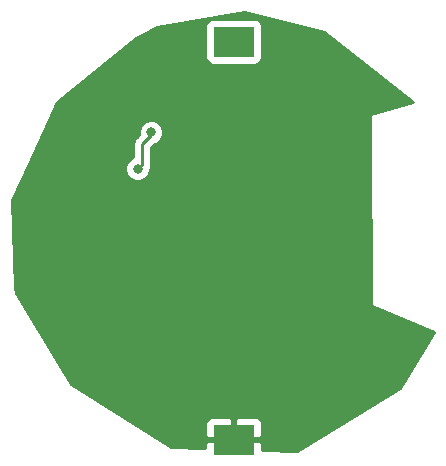
<source format=gbl>
G04 #@! TF.GenerationSoftware,KiCad,Pcbnew,5.0.2-bee76a0~70~ubuntu18.04.1*
G04 #@! TF.CreationDate,2018-12-20T12:23:35+01:00*
G04 #@! TF.ProjectId,temp_hum,74656d70-5f68-4756-9d2e-6b696361645f,rev?*
G04 #@! TF.SameCoordinates,Original*
G04 #@! TF.FileFunction,Copper,L2,Bot*
G04 #@! TF.FilePolarity,Positive*
%FSLAX46Y46*%
G04 Gerber Fmt 4.6, Leading zero omitted, Abs format (unit mm)*
G04 Created by KiCad (PCBNEW 5.0.2-bee76a0~70~ubuntu18.04.1) date tor 20 dec 2018 12:23:35*
%MOMM*%
%LPD*%
G01*
G04 APERTURE LIST*
G04 #@! TA.AperFunction,SMDPad,CuDef*
%ADD10R,3.500000X2.600000*%
G04 #@! TD*
G04 #@! TA.AperFunction,ViaPad*
%ADD11C,0.800000*%
G04 #@! TD*
G04 #@! TA.AperFunction,Conductor*
%ADD12C,0.250000*%
G04 #@! TD*
G04 #@! TA.AperFunction,Conductor*
%ADD13C,0.254000*%
G04 #@! TD*
G04 APERTURE END LIST*
D10*
G04 #@! TO.P,BT1,1*
G04 #@! TO.N,+3V3*
X136886601Y-73157560D03*
G04 #@! TO.P,BT1,2*
G04 #@! TO.N,GND*
X136886601Y-39457560D03*
G04 #@! TD*
D11*
G04 #@! TO.N,GND*
X137083800Y-39509700D03*
X128752600Y-50228500D03*
X129900590Y-47133468D03*
G04 #@! TO.N,+3V3*
X130873500Y-43230800D03*
X130873500Y-51904900D03*
X135559800Y-68795900D03*
X140792200Y-61252100D03*
G04 #@! TD*
D12*
G04 #@! TO.N,GND*
X129152599Y-49828501D02*
X129152599Y-48101301D01*
X128752600Y-50228500D02*
X129152599Y-49828501D01*
X129152599Y-48101301D02*
X129900590Y-47353310D01*
X129900590Y-47353310D02*
X129900590Y-47133468D01*
G04 #@! TD*
D13*
G04 #@! TO.N,+3V3*
G36*
X144532598Y-38686596D02*
X152072624Y-44572999D01*
X148530525Y-45559557D01*
X148486300Y-45581910D01*
X148453995Y-45619485D01*
X148437600Y-45681900D01*
X148437600Y-46913800D01*
X148437601Y-46914343D01*
X148501101Y-61760643D01*
X148510976Y-61809202D01*
X148538682Y-61850286D01*
X148580507Y-61877845D01*
X153877717Y-64019007D01*
X150999375Y-68767041D01*
X142231668Y-74103358D01*
X139271601Y-74008776D01*
X139271601Y-73443310D01*
X139112851Y-73284560D01*
X137013601Y-73284560D01*
X137013601Y-73304560D01*
X136759601Y-73304560D01*
X136759601Y-73284560D01*
X134660351Y-73284560D01*
X134501601Y-73443310D01*
X134501601Y-73856361D01*
X131572350Y-73762764D01*
X128340179Y-71731251D01*
X134501601Y-71731251D01*
X134501601Y-72871810D01*
X134660351Y-73030560D01*
X136759601Y-73030560D01*
X136759601Y-71381310D01*
X137013601Y-71381310D01*
X137013601Y-73030560D01*
X139112851Y-73030560D01*
X139271601Y-72871810D01*
X139271601Y-71731251D01*
X139174928Y-71497862D01*
X138996300Y-71319233D01*
X138762911Y-71222560D01*
X137172351Y-71222560D01*
X137013601Y-71381310D01*
X136759601Y-71381310D01*
X136600851Y-71222560D01*
X135010291Y-71222560D01*
X134776902Y-71319233D01*
X134598274Y-71497862D01*
X134501601Y-71731251D01*
X128340179Y-71731251D01*
X123080190Y-68425196D01*
X118501626Y-60761346D01*
X118391493Y-60319502D01*
X118136355Y-52908355D01*
X119455172Y-50022626D01*
X127717600Y-50022626D01*
X127717600Y-50434374D01*
X127875169Y-50814780D01*
X128166320Y-51105931D01*
X128546726Y-51263500D01*
X128958474Y-51263500D01*
X129338880Y-51105931D01*
X129630031Y-50814780D01*
X129787600Y-50434374D01*
X129787600Y-50246118D01*
X129868503Y-50125038D01*
X129912599Y-49903353D01*
X129912599Y-49903349D01*
X129927487Y-49828502D01*
X129912599Y-49753655D01*
X129912599Y-48416102D01*
X130198254Y-48130447D01*
X130486870Y-48010899D01*
X130778021Y-47719748D01*
X130935590Y-47339342D01*
X130935590Y-46927594D01*
X130778021Y-46547188D01*
X130486870Y-46256037D01*
X130106464Y-46098468D01*
X129694716Y-46098468D01*
X129314310Y-46256037D01*
X129023159Y-46547188D01*
X128865590Y-46927594D01*
X128865590Y-47313509D01*
X128668127Y-47510972D01*
X128604671Y-47553372D01*
X128562271Y-47616828D01*
X128562270Y-47616829D01*
X128436696Y-47804764D01*
X128377711Y-48101301D01*
X128392600Y-48176153D01*
X128392599Y-49257341D01*
X128166320Y-49351069D01*
X127875169Y-49642220D01*
X127717600Y-50022626D01*
X119455172Y-50022626D01*
X121959648Y-44542537D01*
X128618515Y-39134576D01*
X130430553Y-38234805D01*
X130888505Y-38157560D01*
X134489161Y-38157560D01*
X134489161Y-40757560D01*
X134538444Y-41005325D01*
X134678792Y-41215369D01*
X134888836Y-41355717D01*
X135136601Y-41405000D01*
X138636601Y-41405000D01*
X138884366Y-41355717D01*
X139094410Y-41215369D01*
X139234758Y-41005325D01*
X139284041Y-40757560D01*
X139284041Y-38157560D01*
X139234758Y-37909795D01*
X139094410Y-37699751D01*
X138884366Y-37559403D01*
X138636601Y-37510120D01*
X135136601Y-37510120D01*
X134888836Y-37559403D01*
X134678792Y-37699751D01*
X134538444Y-37909795D01*
X134489161Y-38157560D01*
X130888505Y-38157560D01*
X137764577Y-36997741D01*
X144532598Y-38686596D01*
X144532598Y-38686596D01*
G37*
X144532598Y-38686596D02*
X152072624Y-44572999D01*
X148530525Y-45559557D01*
X148486300Y-45581910D01*
X148453995Y-45619485D01*
X148437600Y-45681900D01*
X148437600Y-46913800D01*
X148437601Y-46914343D01*
X148501101Y-61760643D01*
X148510976Y-61809202D01*
X148538682Y-61850286D01*
X148580507Y-61877845D01*
X153877717Y-64019007D01*
X150999375Y-68767041D01*
X142231668Y-74103358D01*
X139271601Y-74008776D01*
X139271601Y-73443310D01*
X139112851Y-73284560D01*
X137013601Y-73284560D01*
X137013601Y-73304560D01*
X136759601Y-73304560D01*
X136759601Y-73284560D01*
X134660351Y-73284560D01*
X134501601Y-73443310D01*
X134501601Y-73856361D01*
X131572350Y-73762764D01*
X128340179Y-71731251D01*
X134501601Y-71731251D01*
X134501601Y-72871810D01*
X134660351Y-73030560D01*
X136759601Y-73030560D01*
X136759601Y-71381310D01*
X137013601Y-71381310D01*
X137013601Y-73030560D01*
X139112851Y-73030560D01*
X139271601Y-72871810D01*
X139271601Y-71731251D01*
X139174928Y-71497862D01*
X138996300Y-71319233D01*
X138762911Y-71222560D01*
X137172351Y-71222560D01*
X137013601Y-71381310D01*
X136759601Y-71381310D01*
X136600851Y-71222560D01*
X135010291Y-71222560D01*
X134776902Y-71319233D01*
X134598274Y-71497862D01*
X134501601Y-71731251D01*
X128340179Y-71731251D01*
X123080190Y-68425196D01*
X118501626Y-60761346D01*
X118391493Y-60319502D01*
X118136355Y-52908355D01*
X119455172Y-50022626D01*
X127717600Y-50022626D01*
X127717600Y-50434374D01*
X127875169Y-50814780D01*
X128166320Y-51105931D01*
X128546726Y-51263500D01*
X128958474Y-51263500D01*
X129338880Y-51105931D01*
X129630031Y-50814780D01*
X129787600Y-50434374D01*
X129787600Y-50246118D01*
X129868503Y-50125038D01*
X129912599Y-49903353D01*
X129912599Y-49903349D01*
X129927487Y-49828502D01*
X129912599Y-49753655D01*
X129912599Y-48416102D01*
X130198254Y-48130447D01*
X130486870Y-48010899D01*
X130778021Y-47719748D01*
X130935590Y-47339342D01*
X130935590Y-46927594D01*
X130778021Y-46547188D01*
X130486870Y-46256037D01*
X130106464Y-46098468D01*
X129694716Y-46098468D01*
X129314310Y-46256037D01*
X129023159Y-46547188D01*
X128865590Y-46927594D01*
X128865590Y-47313509D01*
X128668127Y-47510972D01*
X128604671Y-47553372D01*
X128562271Y-47616828D01*
X128562270Y-47616829D01*
X128436696Y-47804764D01*
X128377711Y-48101301D01*
X128392600Y-48176153D01*
X128392599Y-49257341D01*
X128166320Y-49351069D01*
X127875169Y-49642220D01*
X127717600Y-50022626D01*
X119455172Y-50022626D01*
X121959648Y-44542537D01*
X128618515Y-39134576D01*
X130430553Y-38234805D01*
X130888505Y-38157560D01*
X134489161Y-38157560D01*
X134489161Y-40757560D01*
X134538444Y-41005325D01*
X134678792Y-41215369D01*
X134888836Y-41355717D01*
X135136601Y-41405000D01*
X138636601Y-41405000D01*
X138884366Y-41355717D01*
X139094410Y-41215369D01*
X139234758Y-41005325D01*
X139284041Y-40757560D01*
X139284041Y-38157560D01*
X139234758Y-37909795D01*
X139094410Y-37699751D01*
X138884366Y-37559403D01*
X138636601Y-37510120D01*
X135136601Y-37510120D01*
X134888836Y-37559403D01*
X134678792Y-37699751D01*
X134538444Y-37909795D01*
X134489161Y-38157560D01*
X130888505Y-38157560D01*
X137764577Y-36997741D01*
X144532598Y-38686596D01*
G04 #@! TD*
M02*

</source>
